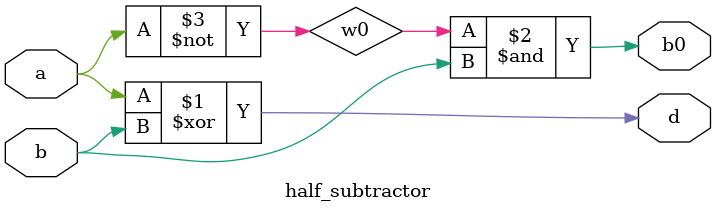
<source format=v>
`timescale 1ns / 1ps


module half_subtractor(input a,input b,output d,output b0);
    wire w0;
    xor x0(d,a,b);
    not n0(w0,a);
    and a0(b0,w0,b);
endmodule

</source>
